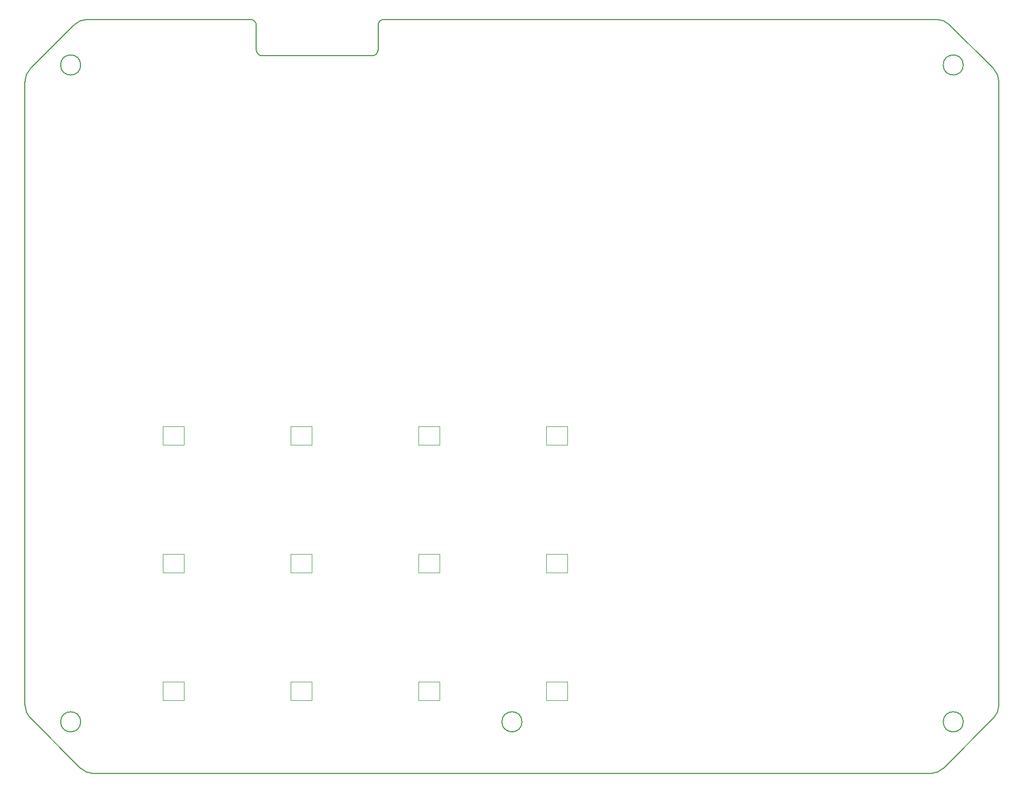
<source format=gbr>
%TF.GenerationSoftware,KiCad,Pcbnew,7.0.8*%
%TF.CreationDate,2023-12-13T13:42:29+01:00*%
%TF.ProjectId,keypad,6b657970-6164-42e6-9b69-6361645f7063,rev?*%
%TF.SameCoordinates,Original*%
%TF.FileFunction,Profile,NP*%
%FSLAX46Y46*%
G04 Gerber Fmt 4.6, Leading zero omitted, Abs format (unit mm)*
G04 Created by KiCad (PCBNEW 7.0.8) date 2023-12-13 13:42:29*
%MOMM*%
%LPD*%
G01*
G04 APERTURE LIST*
%TA.AperFunction,Profile*%
%ADD10C,0.200000*%
%TD*%
%TA.AperFunction,Profile*%
%ADD11C,0.001000*%
%TD*%
G04 APERTURE END LIST*
D10*
X198271959Y-163877971D02*
G75*
G03*
X200393280Y-162999320I41J2999971D01*
G01*
X59757241Y-39878017D02*
G75*
G03*
X57635920Y-40756680I59J-3000183D01*
G01*
X58635900Y-162999340D02*
G75*
G03*
X60757241Y-163878000I2121300J2121340D01*
G01*
X108514600Y-39878000D02*
G75*
G03*
X107514600Y-40878000I0J-1000000D01*
G01*
X87514600Y-44878000D02*
X87514600Y-40878000D01*
X131164600Y-155378000D02*
G75*
G03*
X131164600Y-155378000I-1650000J0D01*
G01*
X209514583Y-50120641D02*
G75*
G03*
X208635920Y-47999320I-3000183J-59D01*
G01*
X199271959Y-39878000D02*
X108514600Y-39878000D01*
X201393259Y-40756701D02*
G75*
G03*
X199271959Y-39878000I-2121259J-2121099D01*
G01*
X60757241Y-163878000D02*
X198271959Y-163878000D01*
X107514600Y-40878000D02*
X107514600Y-44878000D01*
X58664600Y-155378000D02*
G75*
G03*
X58664600Y-155378000I-1650000J0D01*
G01*
X50393280Y-154756680D02*
X58635920Y-162999320D01*
X87514600Y-44878000D02*
G75*
G03*
X88514600Y-45878000I1000000J0D01*
G01*
X49514629Y-152635359D02*
G75*
G03*
X50393280Y-154756680I2999971J-41D01*
G01*
X208635940Y-154756700D02*
G75*
G03*
X209514600Y-152635359I-2121340J2121300D01*
G01*
X106514600Y-45878000D02*
X88514600Y-45878000D01*
X209514600Y-152635359D02*
X209514600Y-50120641D01*
X200393280Y-162999320D02*
X208635920Y-154756680D01*
X49514600Y-50120641D02*
X49514600Y-152635359D01*
X50393301Y-47999341D02*
G75*
G03*
X49514600Y-50120641I2121099J-2121259D01*
G01*
X57635920Y-40756680D02*
X50393280Y-47999320D01*
X203664600Y-155378000D02*
G75*
G03*
X203664600Y-155378000I-1650000J0D01*
G01*
X58664600Y-47378000D02*
G75*
G03*
X58664600Y-47378000I-1650000J0D01*
G01*
X208635920Y-47999320D02*
X201393280Y-40756680D01*
X86514600Y-39878000D02*
X59757241Y-39878000D01*
X106514600Y-45878000D02*
G75*
G03*
X107514600Y-44878000I0J1000000D01*
G01*
X203664600Y-47378000D02*
G75*
G03*
X203664600Y-47378000I-1650000J0D01*
G01*
X87514600Y-40878000D02*
G75*
G03*
X86514600Y-39878000I-1000000J0D01*
G01*
D11*
%TO.C,U6*%
X114139850Y-106763400D02*
X117639850Y-106763400D01*
X114139850Y-109863400D02*
X114139850Y-106763400D01*
X117639850Y-106763400D02*
X117639850Y-109863400D01*
X117639850Y-109863400D02*
X114139850Y-109863400D01*
%TO.C,U5*%
X93139850Y-106763400D02*
X96639850Y-106763400D01*
X93139850Y-109863400D02*
X93139850Y-106763400D01*
X96639850Y-106763400D02*
X96639850Y-109863400D01*
X96639850Y-109863400D02*
X93139850Y-109863400D01*
%TO.C,U9*%
X93139850Y-127763400D02*
X96639850Y-127763400D01*
X93139850Y-130863400D02*
X93139850Y-127763400D01*
X96639850Y-127763400D02*
X96639850Y-130863400D01*
X96639850Y-130863400D02*
X93139850Y-130863400D01*
%TO.C,U12*%
X72139850Y-148763400D02*
X75639850Y-148763400D01*
X72139850Y-151863400D02*
X72139850Y-148763400D01*
X75639850Y-148763400D02*
X75639850Y-151863400D01*
X75639850Y-151863400D02*
X72139850Y-151863400D01*
%TO.C,U27*%
X135139850Y-148763400D02*
X138639850Y-148763400D01*
X135139850Y-151863400D02*
X135139850Y-148763400D01*
X138639850Y-148763400D02*
X138639850Y-151863400D01*
X138639850Y-151863400D02*
X135139850Y-151863400D01*
%TO.C,U10*%
X114139850Y-127763400D02*
X117639850Y-127763400D01*
X114139850Y-130863400D02*
X114139850Y-127763400D01*
X117639850Y-127763400D02*
X117639850Y-130863400D01*
X117639850Y-130863400D02*
X114139850Y-130863400D01*
%TO.C,U13*%
X93139850Y-148763400D02*
X96639850Y-148763400D01*
X93139850Y-151863400D02*
X93139850Y-148763400D01*
X96639850Y-148763400D02*
X96639850Y-151863400D01*
X96639850Y-151863400D02*
X93139850Y-151863400D01*
%TO.C,U7*%
X135139850Y-106763400D02*
X138639850Y-106763400D01*
X135139850Y-109863400D02*
X135139850Y-106763400D01*
X138639850Y-106763400D02*
X138639850Y-109863400D01*
X138639850Y-109863400D02*
X135139850Y-109863400D01*
%TO.C,U14*%
X114139850Y-148763400D02*
X117639850Y-148763400D01*
X114139850Y-151863400D02*
X114139850Y-148763400D01*
X117639850Y-148763400D02*
X117639850Y-151863400D01*
X117639850Y-151863400D02*
X114139850Y-151863400D01*
%TO.C,U8*%
X72139850Y-127763400D02*
X75639850Y-127763400D01*
X72139850Y-130863400D02*
X72139850Y-127763400D01*
X75639850Y-127763400D02*
X75639850Y-130863400D01*
X75639850Y-130863400D02*
X72139850Y-130863400D01*
%TO.C,U11*%
X135139850Y-127763400D02*
X138639850Y-127763400D01*
X135139850Y-130863400D02*
X135139850Y-127763400D01*
X138639850Y-127763400D02*
X138639850Y-130863400D01*
X138639850Y-130863400D02*
X135139850Y-130863400D01*
%TO.C,U4*%
X72139850Y-106763400D02*
X75639850Y-106763400D01*
X72139850Y-109863400D02*
X72139850Y-106763400D01*
X75639850Y-106763400D02*
X75639850Y-109863400D01*
X75639850Y-109863400D02*
X72139850Y-109863400D01*
%TD*%
M02*

</source>
